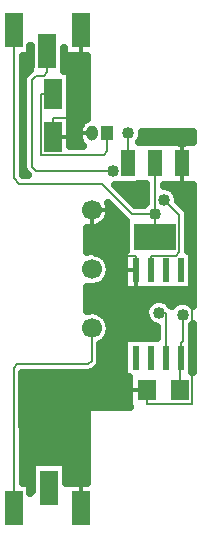
<source format=gbr>
G04 DipTrace 2.4.0.2*
%INTop.gbr*%
%MOIN*%
%ADD14C,0.006*%
%ADD15C,0.025*%
%ADD16C,0.013*%
%ADD17R,0.063X0.1024*%
%ADD18R,0.063X0.0709*%
%ADD19R,0.0591X0.1181*%
%ADD20C,0.0669*%
%ADD21R,0.0236X0.0787*%
%ADD22R,0.048X0.088*%
%ADD23R,0.1417X0.0866*%
%ADD24R,0.0394X0.0512*%
%ADD25O,0.0394X0.0512*%
%ADD26C,0.04*%
%FSLAX44Y44*%
G04*
G70*
G90*
G75*
G01*
%LNTop*%
%LPD*%
X9223Y16004D2*
D14*
Y14322D1*
X7100Y10505D2*
Y9429D1*
X6980Y9308D1*
X4623D1*
X4503Y9188D1*
Y4690D1*
Y4503D1*
X10147Y10965D2*
Y10092D1*
X10066Y10012D1*
Y9528D1*
X9223Y14322D2*
Y13566D1*
Y14322D2*
X8437D1*
X7442Y15316D1*
X4690D1*
X4503Y15504D1*
Y20067D1*
Y20442D1*
X10066Y9528D2*
X10043D1*
Y8441D1*
X4503Y20067D2*
D3*
Y4690D2*
D3*
X10128Y16704D2*
Y16004D1*
X7100Y14442D2*
Y13046D1*
X7221Y12925D1*
X8566D1*
Y12441D1*
X7128Y17004D2*
X6753D1*
X6632Y17124D1*
Y17502D1*
X5815D1*
Y16899D1*
X6632Y17502D2*
X6753Y17622D1*
Y20067D1*
Y20442D1*
X8941Y8441D2*
X6873D1*
X6753Y8320D1*
Y4753D1*
Y4503D1*
X10128Y16004D2*
Y15304D1*
X10448Y14984D1*
Y7996D1*
X8941D1*
Y8441D1*
X6753Y20067D2*
D3*
X6815Y4753D2*
X6753D1*
X9566Y9528D2*
Y11016D1*
X9356D1*
X9513Y14782D2*
X10022Y14273D1*
Y13046D1*
X9901Y12925D1*
X9066D1*
Y12441D1*
X7817Y15764D2*
X5242D1*
X5122Y15884D1*
Y18798D1*
X5242Y18919D1*
X5507D1*
X5628Y19039D1*
Y19379D1*
Y19754D1*
Y19379D2*
D3*
X7628Y17004D2*
Y16418D1*
X7508Y16297D1*
X5410D1*
Y18317D1*
X5815D1*
X8317Y17004D2*
Y16004D1*
X5690Y5378D2*
D3*
D26*
X4503Y20067D3*
X5628Y19379D3*
X6753Y20067D3*
X4503Y4690D3*
X5690Y5378D3*
X6815Y4753D3*
X9223Y14322D3*
X10147Y10965D3*
X10128Y16704D3*
X9356Y11016D3*
X8317Y17004D3*
X7817Y15764D3*
X9513Y14782D3*
X4821Y19376D2*
D15*
X5044D1*
X6211D2*
X6907D1*
X4821Y19127D2*
X5009D1*
X6211D2*
X6907D1*
X6418Y18879D2*
X6907D1*
X6418Y18630D2*
X6907D1*
X6418Y18381D2*
X6907D1*
X6418Y18133D2*
X6907D1*
X6418Y17884D2*
X6907D1*
X6418Y17635D2*
X6907D1*
X6418Y17387D2*
X6775D1*
X6418Y17138D2*
X6646D1*
X6418Y16889D2*
X6646D1*
X8793D2*
X10470D1*
X6418Y16641D2*
X6755D1*
X4821Y15646D2*
X4918D1*
X8051Y15148D2*
X8904D1*
X9825D2*
X10470D1*
X8301Y14900D2*
X8904D1*
X9989D2*
X10470D1*
X8551Y14651D2*
X8868D1*
X10086D2*
X10470D1*
X7723Y14402D2*
X7915D1*
X10313D2*
X10470D1*
X7653Y14154D2*
X8161D1*
X10340D2*
X10470D1*
X7391Y13905D2*
X8224D1*
X10340D2*
X10470D1*
X6977Y13656D2*
X8224D1*
X10340D2*
X10470D1*
X6977Y13408D2*
X8224D1*
X10340D2*
X10470D1*
X6977Y13159D2*
X8224D1*
X10340D2*
X10470D1*
X7536Y12910D2*
X8157D1*
X7696Y12662D2*
X8157D1*
X7723Y12413D2*
X8157D1*
X7637Y12164D2*
X8157D1*
X7344Y11916D2*
X8157D1*
X6977Y11667D2*
X10470D1*
X6977Y11418D2*
X9099D1*
X9614D2*
X10017D1*
X10274D2*
X10470D1*
X6977Y11169D2*
X8892D1*
X7555Y10921D2*
X8876D1*
X7700Y10672D2*
X9021D1*
X7719Y10423D2*
X9247D1*
X7625Y10175D2*
X8157D1*
X7418Y9926D2*
X8157D1*
X7418Y9677D2*
X8157D1*
X7418Y9429D2*
X8157D1*
X7293Y9180D2*
X8157D1*
X4821Y8931D2*
X8157D1*
X4821Y8683D2*
X8337D1*
X4821Y8434D2*
X8337D1*
X4821Y8185D2*
X8337D1*
X4821Y7937D2*
X8337D1*
X4821Y7688D2*
X6907D1*
X4821Y7439D2*
X6907D1*
X4821Y7190D2*
X6907D1*
X4821Y6942D2*
X6907D1*
X4821Y6693D2*
X6907D1*
X4821Y6444D2*
X6907D1*
X4821Y6196D2*
X6907D1*
X4821Y5947D2*
X5107D1*
X6274D2*
X6907D1*
X4821Y5698D2*
X5107D1*
X6274D2*
X6907D1*
X4821Y5450D2*
X5107D1*
X6274D2*
X6907D1*
X6185Y19093D2*
X6395D1*
X6391Y17540D1*
X6395Y17551D1*
Y16592D1*
X6829Y16593D1*
X6761Y16665D1*
X6709Y16751D1*
X6677Y16845D1*
X6666Y16945D1*
X6669Y17112D1*
X6690Y17210D1*
X6732Y17300D1*
X6792Y17380D1*
X6868Y17445D1*
X6931Y17481D1*
Y19584D1*
X6513Y19586D1*
X6193D1*
X6188Y19860D1*
Y19090D1*
X8361Y7888D2*
Y8869D1*
X8183D1*
Y10186D1*
X8949Y10182D1*
X9058Y10186D1*
X9273D1*
X9271Y10563D1*
X9214Y10574D1*
X9101Y10627D1*
X9007Y10709D1*
X8938Y10813D1*
X8899Y10931D1*
X8893Y11056D1*
X8920Y11177D1*
X8978Y11287D1*
X9064Y11378D1*
X9171Y11443D1*
X9291Y11477D1*
X9415D1*
X9536Y11445D1*
X9643Y11382D1*
X9730Y11293D1*
X9769Y11236D1*
X9854Y11327D1*
X9961Y11391D1*
X10081Y11425D1*
X10205Y11426D1*
X10326Y11394D1*
X10433Y11331D1*
X10496Y11267D1*
X10494Y14013D1*
Y15298D1*
X9521Y15299D1*
X9518Y15250D1*
X9692Y15211D1*
X9800Y15148D1*
X9887Y15058D1*
X9947Y14949D1*
X9978Y14782D1*
X9972Y14739D1*
X10231Y14482D1*
X10298Y14374D1*
X10317Y14273D1*
Y13100D1*
X10449D1*
Y11782D1*
X9683Y11786D1*
X9574Y11782D1*
X9183Y11786D1*
X9074Y11782D1*
X8683Y11786D1*
X8599Y11782D1*
X8183D1*
Y13100D1*
X8249D1*
Y14091D1*
X7641Y14700D1*
X7683Y14583D1*
X7700Y14459D1*
X7692Y14342D1*
X7658Y14222D1*
X7601Y14111D1*
X7521Y14015D1*
X7424Y13937D1*
X7312Y13881D1*
X7192Y13849D1*
X7067Y13843D1*
X6951Y13861D1*
X6950Y13057D1*
X7025Y13068D1*
X7150Y13071D1*
X7272Y13048D1*
X7388Y13000D1*
X7490Y12929D1*
X7576Y12838D1*
X7641Y12732D1*
X7683Y12614D1*
X7700Y12473D1*
X7687Y12349D1*
X7648Y12231D1*
X7586Y12122D1*
X7503Y12029D1*
X7403Y11956D1*
X7289Y11904D1*
X7167Y11878D1*
X7042Y11877D1*
X6947Y11896D1*
X6950Y11201D1*
Y11088D1*
X7025Y11100D1*
X7150Y11102D1*
X7272Y11079D1*
X7388Y11031D1*
X7490Y10960D1*
X7576Y10870D1*
X7641Y10763D1*
X7683Y10646D1*
X7700Y10505D1*
X7687Y10381D1*
X7648Y10262D1*
X7586Y10154D1*
X7503Y10061D1*
X7392Y9982D1*
X7395Y9429D1*
X7367Y9304D1*
X7321Y9233D1*
X7188Y9100D1*
X7095Y9036D1*
X6980Y9013D1*
X4796D1*
X4798Y5356D1*
X5063Y5358D1*
Y5011D1*
X5130Y5085D1*
Y6046D1*
X6251D1*
Y5354D1*
X6393Y5358D1*
X6931D1*
Y7763D1*
X6992Y7868D1*
X7056Y7888D1*
X8364D1*
X10451Y9060D2*
X10491D1*
X10449Y9057D1*
X10494Y9138D1*
Y10657D1*
X10440Y10609D1*
X10442Y10188D1*
X10449Y10186D1*
Y9061D1*
X5063Y19934D2*
Y19586D1*
X4801D1*
X4798Y19192D1*
X4800Y15624D1*
X4815Y15611D1*
X4975D1*
X4913Y15676D1*
X4850Y15769D1*
X4827Y15884D1*
Y18798D1*
X4855Y18923D1*
X4901Y18994D1*
X5037Y19129D1*
X5068Y19274D1*
Y19934D1*
X9648Y16709D2*
X10493D1*
X10494Y17057D1*
X8779D1*
X8782Y17004D1*
X8765Y16880D1*
X8717Y16766D1*
X8671Y16708D1*
X8822Y16705D1*
X9093Y16709D1*
X9728Y16705D1*
X9648Y16709D1*
X8927Y15299D2*
X8718Y15303D1*
X8447Y15299D1*
X7873D1*
X8560Y14616D1*
X8863Y14617D1*
X8928Y14697D1*
Y15302D1*
X8697Y15299D1*
X5815Y16899D2*
D16*
X6395D1*
X8361Y8441D2*
X8941D1*
X6753Y20442D2*
Y19587D1*
Y5358D2*
Y4503D1*
X7100Y14442D2*
Y13843D1*
Y14442D2*
X7699D1*
X8566Y12441D2*
Y11783D1*
X8183Y12441D2*
X8566D1*
X10128Y16708D2*
Y15299D1*
X6667Y17004D2*
X7128D1*
D17*
X5815Y18317D3*
Y16899D3*
D18*
X8941Y8441D3*
X10043D3*
D19*
X4503Y20442D3*
X5628Y19754D3*
X6753Y20442D3*
X4503Y4503D3*
X5690Y5190D3*
X6753Y4503D3*
D20*
X7100Y10505D3*
Y12473D3*
Y14442D3*
D21*
X10066Y12441D3*
X9566D3*
X9066D3*
X8566D3*
Y9528D3*
X9066D3*
X9566D3*
X10066D3*
D22*
X10128Y16004D3*
X9223D3*
X8317D3*
D23*
X9223Y13566D3*
D24*
X7628Y17004D3*
D25*
X7128D3*
M02*

</source>
